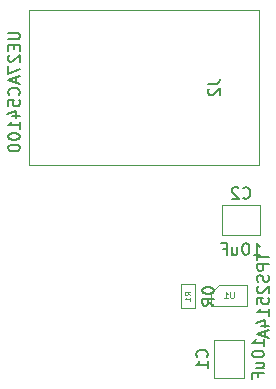
<source format=gbr>
G04 #@! TF.GenerationSoftware,KiCad,Pcbnew,(5.0.0)*
G04 #@! TF.CreationDate,2018-10-13T10:57:01-04:00*
G04 #@! TF.ProjectId,SecondPort_m3_usb,5365636F6E64506F72745F6D335F7573,1*
G04 #@! TF.SameCoordinates,Original*
G04 #@! TF.FileFunction,Other,Fab,Bot*
%FSLAX46Y46*%
G04 Gerber Fmt 4.6, Leading zero omitted, Abs format (unit mm)*
G04 Created by KiCad (PCBNEW (5.0.0)) date 10/13/18 10:57:01*
%MOMM*%
%LPD*%
G01*
G04 APERTURE LIST*
%ADD10C,0.100000*%
%ADD11C,0.150000*%
%ADD12C,0.075000*%
G04 APERTURE END LIST*
D10*
G04 #@! TO.C,J2*
X96340000Y-122050000D02*
X96340000Y-108950000D01*
X115810000Y-122050000D02*
X96340000Y-122050000D01*
X115810000Y-108950000D02*
X96340000Y-108950000D01*
X115810000Y-122050000D02*
X115810000Y-108950000D01*
G04 #@! TO.C,R1*
X109130000Y-132200000D02*
X109130000Y-134200000D01*
X109130000Y-134200000D02*
X110370000Y-134200000D01*
X110370000Y-134200000D02*
X110370000Y-132200000D01*
X110370000Y-132200000D02*
X109130000Y-132200000D01*
G04 #@! TO.C,U1*
X111700000Y-134050000D02*
X114800000Y-134050000D01*
X114800000Y-134050000D02*
X114800000Y-132250000D01*
X112350000Y-132250000D02*
X114800000Y-132250000D01*
X111700000Y-134050000D02*
X111700000Y-132900000D01*
X112350000Y-132250000D02*
X111700000Y-132900000D01*
G04 #@! TO.C,C2*
X115850000Y-125500000D02*
X112650000Y-125500000D01*
X112650000Y-125500000D02*
X112650000Y-128000000D01*
X112650000Y-128000000D02*
X115850000Y-128000000D01*
X115850000Y-128000000D02*
X115850000Y-125500000D01*
G04 #@! TO.C,C1*
X112000000Y-136900000D02*
X112000000Y-140100000D01*
X112000000Y-140100000D02*
X114500000Y-140100000D01*
X114500000Y-140100000D02*
X114500000Y-136900000D01*
X114500000Y-136900000D02*
X112000000Y-136900000D01*
G04 #@! TD*
G04 #@! TO.C,J2*
D11*
X94527380Y-110875000D02*
X95336904Y-110875000D01*
X95432142Y-110922619D01*
X95479761Y-110970238D01*
X95527380Y-111065476D01*
X95527380Y-111255952D01*
X95479761Y-111351190D01*
X95432142Y-111398809D01*
X95336904Y-111446428D01*
X94527380Y-111446428D01*
X95003571Y-111922619D02*
X95003571Y-112255952D01*
X95527380Y-112398809D02*
X95527380Y-111922619D01*
X94527380Y-111922619D01*
X94527380Y-112398809D01*
X94622619Y-112779761D02*
X94575000Y-112827380D01*
X94527380Y-112922619D01*
X94527380Y-113160714D01*
X94575000Y-113255952D01*
X94622619Y-113303571D01*
X94717857Y-113351190D01*
X94813095Y-113351190D01*
X94955952Y-113303571D01*
X95527380Y-112732142D01*
X95527380Y-113351190D01*
X94527380Y-113684523D02*
X94527380Y-114351190D01*
X95527380Y-113922619D01*
X95241666Y-114684523D02*
X95241666Y-115160714D01*
X95527380Y-114589285D02*
X94527380Y-114922619D01*
X95527380Y-115255952D01*
X95432142Y-116160714D02*
X95479761Y-116113095D01*
X95527380Y-115970238D01*
X95527380Y-115875000D01*
X95479761Y-115732142D01*
X95384523Y-115636904D01*
X95289285Y-115589285D01*
X95098809Y-115541666D01*
X94955952Y-115541666D01*
X94765476Y-115589285D01*
X94670238Y-115636904D01*
X94575000Y-115732142D01*
X94527380Y-115875000D01*
X94527380Y-115970238D01*
X94575000Y-116113095D01*
X94622619Y-116160714D01*
X94527380Y-117065476D02*
X94527380Y-116589285D01*
X95003571Y-116541666D01*
X94955952Y-116589285D01*
X94908333Y-116684523D01*
X94908333Y-116922619D01*
X94955952Y-117017857D01*
X95003571Y-117065476D01*
X95098809Y-117113095D01*
X95336904Y-117113095D01*
X95432142Y-117065476D01*
X95479761Y-117017857D01*
X95527380Y-116922619D01*
X95527380Y-116684523D01*
X95479761Y-116589285D01*
X95432142Y-116541666D01*
X94860714Y-117970238D02*
X95527380Y-117970238D01*
X94479761Y-117732142D02*
X95194047Y-117494047D01*
X95194047Y-118113095D01*
X95527380Y-119017857D02*
X95527380Y-118446428D01*
X95527380Y-118732142D02*
X94527380Y-118732142D01*
X94670238Y-118636904D01*
X94765476Y-118541666D01*
X94813095Y-118446428D01*
X94527380Y-119636904D02*
X94527380Y-119732142D01*
X94575000Y-119827380D01*
X94622619Y-119875000D01*
X94717857Y-119922619D01*
X94908333Y-119970238D01*
X95146428Y-119970238D01*
X95336904Y-119922619D01*
X95432142Y-119875000D01*
X95479761Y-119827380D01*
X95527380Y-119732142D01*
X95527380Y-119636904D01*
X95479761Y-119541666D01*
X95432142Y-119494047D01*
X95336904Y-119446428D01*
X95146428Y-119398809D01*
X94908333Y-119398809D01*
X94717857Y-119446428D01*
X94622619Y-119494047D01*
X94575000Y-119541666D01*
X94527380Y-119636904D01*
X94527380Y-120589285D02*
X94527380Y-120684523D01*
X94575000Y-120779761D01*
X94622619Y-120827380D01*
X94717857Y-120875000D01*
X94908333Y-120922619D01*
X95146428Y-120922619D01*
X95336904Y-120875000D01*
X95432142Y-120827380D01*
X95479761Y-120779761D01*
X95527380Y-120684523D01*
X95527380Y-120589285D01*
X95479761Y-120494047D01*
X95432142Y-120446428D01*
X95336904Y-120398809D01*
X95146428Y-120351190D01*
X94908333Y-120351190D01*
X94717857Y-120398809D01*
X94622619Y-120446428D01*
X94575000Y-120494047D01*
X94527380Y-120589285D01*
X111477380Y-115191666D02*
X112191666Y-115191666D01*
X112334523Y-115144047D01*
X112429761Y-115048809D01*
X112477380Y-114905952D01*
X112477380Y-114810714D01*
X111572619Y-115620238D02*
X111525000Y-115667857D01*
X111477380Y-115763095D01*
X111477380Y-116001190D01*
X111525000Y-116096428D01*
X111572619Y-116144047D01*
X111667857Y-116191666D01*
X111763095Y-116191666D01*
X111905952Y-116144047D01*
X112477380Y-115572619D01*
X112477380Y-116191666D01*
G04 #@! TO.C,R1*
X110952380Y-132652380D02*
X110952380Y-132747619D01*
X111000000Y-132842857D01*
X111047619Y-132890476D01*
X111142857Y-132938095D01*
X111333333Y-132985714D01*
X111571428Y-132985714D01*
X111761904Y-132938095D01*
X111857142Y-132890476D01*
X111904761Y-132842857D01*
X111952380Y-132747619D01*
X111952380Y-132652380D01*
X111904761Y-132557142D01*
X111857142Y-132509523D01*
X111761904Y-132461904D01*
X111571428Y-132414285D01*
X111333333Y-132414285D01*
X111142857Y-132461904D01*
X111047619Y-132509523D01*
X111000000Y-132557142D01*
X110952380Y-132652380D01*
X111952380Y-133985714D02*
X111476190Y-133652380D01*
X111952380Y-133414285D02*
X110952380Y-133414285D01*
X110952380Y-133795238D01*
X111000000Y-133890476D01*
X111047619Y-133938095D01*
X111142857Y-133985714D01*
X111285714Y-133985714D01*
X111380952Y-133938095D01*
X111428571Y-133890476D01*
X111476190Y-133795238D01*
X111476190Y-133414285D01*
D12*
X109976190Y-133116666D02*
X109738095Y-132950000D01*
X109976190Y-132830952D02*
X109476190Y-132830952D01*
X109476190Y-133021428D01*
X109500000Y-133069047D01*
X109523809Y-133092857D01*
X109571428Y-133116666D01*
X109642857Y-133116666D01*
X109690476Y-133092857D01*
X109714285Y-133069047D01*
X109738095Y-133021428D01*
X109738095Y-132830952D01*
X109976190Y-133592857D02*
X109976190Y-133307142D01*
X109976190Y-133450000D02*
X109476190Y-133450000D01*
X109547619Y-133402380D01*
X109595238Y-133354761D01*
X109619047Y-133307142D01*
G04 #@! TO.C,U1*
D11*
X115602380Y-129554761D02*
X115602380Y-130126190D01*
X116602380Y-129840476D02*
X115602380Y-129840476D01*
X116602380Y-130459523D02*
X115602380Y-130459523D01*
X115602380Y-130840476D01*
X115650000Y-130935714D01*
X115697619Y-130983333D01*
X115792857Y-131030952D01*
X115935714Y-131030952D01*
X116030952Y-130983333D01*
X116078571Y-130935714D01*
X116126190Y-130840476D01*
X116126190Y-130459523D01*
X116554761Y-131411904D02*
X116602380Y-131554761D01*
X116602380Y-131792857D01*
X116554761Y-131888095D01*
X116507142Y-131935714D01*
X116411904Y-131983333D01*
X116316666Y-131983333D01*
X116221428Y-131935714D01*
X116173809Y-131888095D01*
X116126190Y-131792857D01*
X116078571Y-131602380D01*
X116030952Y-131507142D01*
X115983333Y-131459523D01*
X115888095Y-131411904D01*
X115792857Y-131411904D01*
X115697619Y-131459523D01*
X115650000Y-131507142D01*
X115602380Y-131602380D01*
X115602380Y-131840476D01*
X115650000Y-131983333D01*
X115697619Y-132364285D02*
X115650000Y-132411904D01*
X115602380Y-132507142D01*
X115602380Y-132745238D01*
X115650000Y-132840476D01*
X115697619Y-132888095D01*
X115792857Y-132935714D01*
X115888095Y-132935714D01*
X116030952Y-132888095D01*
X116602380Y-132316666D01*
X116602380Y-132935714D01*
X115602380Y-133840476D02*
X115602380Y-133364285D01*
X116078571Y-133316666D01*
X116030952Y-133364285D01*
X115983333Y-133459523D01*
X115983333Y-133697619D01*
X116030952Y-133792857D01*
X116078571Y-133840476D01*
X116173809Y-133888095D01*
X116411904Y-133888095D01*
X116507142Y-133840476D01*
X116554761Y-133792857D01*
X116602380Y-133697619D01*
X116602380Y-133459523D01*
X116554761Y-133364285D01*
X116507142Y-133316666D01*
X116602380Y-134840476D02*
X116602380Y-134269047D01*
X116602380Y-134554761D02*
X115602380Y-134554761D01*
X115745238Y-134459523D01*
X115840476Y-134364285D01*
X115888095Y-134269047D01*
X115935714Y-135697619D02*
X116602380Y-135697619D01*
X115554761Y-135459523D02*
X116269047Y-135221428D01*
X116269047Y-135840476D01*
X116316666Y-136173809D02*
X116316666Y-136650000D01*
X116602380Y-136078571D02*
X115602380Y-136411904D01*
X116602380Y-136745238D01*
D12*
X113630952Y-132876190D02*
X113630952Y-133280952D01*
X113607142Y-133328571D01*
X113583333Y-133352380D01*
X113535714Y-133376190D01*
X113440476Y-133376190D01*
X113392857Y-133352380D01*
X113369047Y-133328571D01*
X113345238Y-133280952D01*
X113345238Y-132876190D01*
X112845238Y-133376190D02*
X113130952Y-133376190D01*
X112988095Y-133376190D02*
X112988095Y-132876190D01*
X113035714Y-132947619D01*
X113083333Y-132995238D01*
X113130952Y-133019047D01*
G04 #@! TO.C,C2*
D11*
X115321428Y-129702380D02*
X115892857Y-129702380D01*
X115607142Y-129702380D02*
X115607142Y-128702380D01*
X115702380Y-128845238D01*
X115797619Y-128940476D01*
X115892857Y-128988095D01*
X114702380Y-128702380D02*
X114607142Y-128702380D01*
X114511904Y-128750000D01*
X114464285Y-128797619D01*
X114416666Y-128892857D01*
X114369047Y-129083333D01*
X114369047Y-129321428D01*
X114416666Y-129511904D01*
X114464285Y-129607142D01*
X114511904Y-129654761D01*
X114607142Y-129702380D01*
X114702380Y-129702380D01*
X114797619Y-129654761D01*
X114845238Y-129607142D01*
X114892857Y-129511904D01*
X114940476Y-129321428D01*
X114940476Y-129083333D01*
X114892857Y-128892857D01*
X114845238Y-128797619D01*
X114797619Y-128750000D01*
X114702380Y-128702380D01*
X113511904Y-129035714D02*
X113511904Y-129702380D01*
X113940476Y-129035714D02*
X113940476Y-129559523D01*
X113892857Y-129654761D01*
X113797619Y-129702380D01*
X113654761Y-129702380D01*
X113559523Y-129654761D01*
X113511904Y-129607142D01*
X112702380Y-129178571D02*
X113035714Y-129178571D01*
X113035714Y-129702380D02*
X113035714Y-128702380D01*
X112559523Y-128702380D01*
X114416666Y-124857142D02*
X114464285Y-124904761D01*
X114607142Y-124952380D01*
X114702380Y-124952380D01*
X114845238Y-124904761D01*
X114940476Y-124809523D01*
X114988095Y-124714285D01*
X115035714Y-124523809D01*
X115035714Y-124380952D01*
X114988095Y-124190476D01*
X114940476Y-124095238D01*
X114845238Y-124000000D01*
X114702380Y-123952380D01*
X114607142Y-123952380D01*
X114464285Y-124000000D01*
X114416666Y-124047619D01*
X114035714Y-124047619D02*
X113988095Y-124000000D01*
X113892857Y-123952380D01*
X113654761Y-123952380D01*
X113559523Y-124000000D01*
X113511904Y-124047619D01*
X113464285Y-124142857D01*
X113464285Y-124238095D01*
X113511904Y-124380952D01*
X114083333Y-124952380D01*
X113464285Y-124952380D01*
G04 #@! TO.C,C1*
X116202380Y-137428571D02*
X116202380Y-136857142D01*
X116202380Y-137142857D02*
X115202380Y-137142857D01*
X115345238Y-137047619D01*
X115440476Y-136952380D01*
X115488095Y-136857142D01*
X115202380Y-138047619D02*
X115202380Y-138142857D01*
X115250000Y-138238095D01*
X115297619Y-138285714D01*
X115392857Y-138333333D01*
X115583333Y-138380952D01*
X115821428Y-138380952D01*
X116011904Y-138333333D01*
X116107142Y-138285714D01*
X116154761Y-138238095D01*
X116202380Y-138142857D01*
X116202380Y-138047619D01*
X116154761Y-137952380D01*
X116107142Y-137904761D01*
X116011904Y-137857142D01*
X115821428Y-137809523D01*
X115583333Y-137809523D01*
X115392857Y-137857142D01*
X115297619Y-137904761D01*
X115250000Y-137952380D01*
X115202380Y-138047619D01*
X115535714Y-139238095D02*
X116202380Y-139238095D01*
X115535714Y-138809523D02*
X116059523Y-138809523D01*
X116154761Y-138857142D01*
X116202380Y-138952380D01*
X116202380Y-139095238D01*
X116154761Y-139190476D01*
X116107142Y-139238095D01*
X115678571Y-140047619D02*
X115678571Y-139714285D01*
X116202380Y-139714285D02*
X115202380Y-139714285D01*
X115202380Y-140190476D01*
X111357142Y-138333333D02*
X111404761Y-138285714D01*
X111452380Y-138142857D01*
X111452380Y-138047619D01*
X111404761Y-137904761D01*
X111309523Y-137809523D01*
X111214285Y-137761904D01*
X111023809Y-137714285D01*
X110880952Y-137714285D01*
X110690476Y-137761904D01*
X110595238Y-137809523D01*
X110500000Y-137904761D01*
X110452380Y-138047619D01*
X110452380Y-138142857D01*
X110500000Y-138285714D01*
X110547619Y-138333333D01*
X111452380Y-139285714D02*
X111452380Y-138714285D01*
X111452380Y-139000000D02*
X110452380Y-139000000D01*
X110595238Y-138904761D01*
X110690476Y-138809523D01*
X110738095Y-138714285D01*
G04 #@! TD*
M02*

</source>
